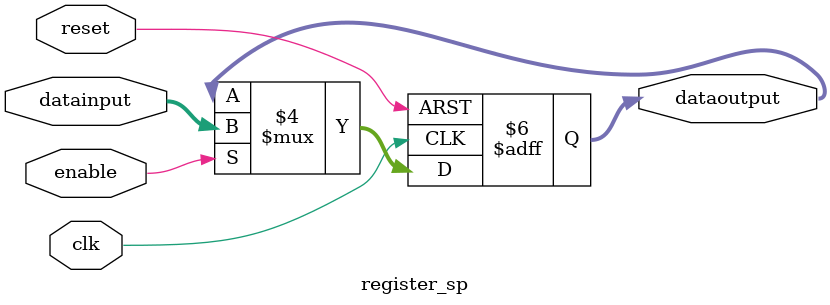
<source format=v>
module register_sp
#(
	parameter n=32
)
(
	input clk,
	input reset,
	input enable,
	input  [n-1:0] datainput,


	output reg [n-1:0] dataoutput
);

always@(negedge reset or posedge clk) begin
	if(!reset)
		dataoutput <= 'h7fffeffc;
	else
		if(enable==1)
			dataoutput<=datainput;
end

endmodule

</source>
